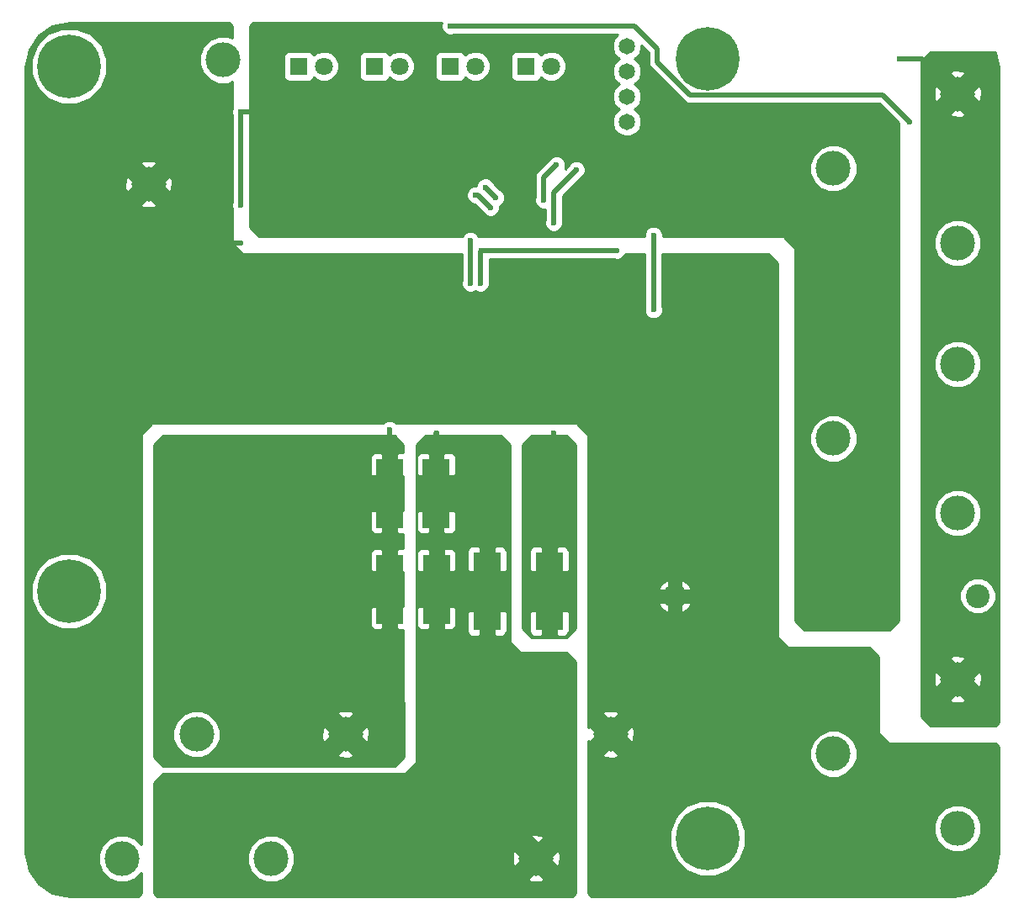
<source format=gbr>
G04 #@! TF.FileFunction,Copper,L1,Top,Signal*
%FSLAX46Y46*%
G04 Gerber Fmt 4.6, Leading zero omitted, Abs format (unit mm)*
G04 Created by KiCad (PCBNEW 4.0.7) date 01/22/18 20:26:34*
%MOMM*%
%LPD*%
G01*
G04 APERTURE LIST*
%ADD10C,0.100000*%
%ADD11C,3.500000*%
%ADD12R,1.800000X1.800000*%
%ADD13C,1.800000*%
%ADD14C,6.400000*%
%ADD15C,0.800000*%
%ADD16C,2.400000*%
%ADD17O,2.400000X2.400000*%
%ADD18C,1.651000*%
%ADD19R,2.700000X7.000000*%
%ADD20R,2.750000X7.820000*%
%ADD21C,0.600000*%
%ADD22C,0.508000*%
%ADD23C,0.254000*%
G04 APERTURE END LIST*
D10*
D11*
X112268000Y-53214800D03*
X104768000Y-65714800D03*
D12*
X135128000Y-53848000D03*
D13*
X137668000Y-53848000D03*
D14*
X161036000Y-53086000D03*
D15*
X163436000Y-53086000D03*
X162733056Y-54783056D03*
X161036000Y-55486000D03*
X159338944Y-54783056D03*
X158636000Y-53086000D03*
X159338944Y-51388944D03*
X161036000Y-50686000D03*
X162733056Y-51388944D03*
D14*
X96774000Y-106680000D03*
D15*
X99174000Y-106680000D03*
X98471056Y-108377056D03*
X96774000Y-109080000D03*
X95076944Y-108377056D03*
X94374000Y-106680000D03*
X95076944Y-104982944D03*
X96774000Y-104280000D03*
X98471056Y-104982944D03*
D14*
X161036000Y-131572000D03*
D15*
X163436000Y-131572000D03*
X162733056Y-133269056D03*
X161036000Y-133972000D03*
X159338944Y-133269056D03*
X158636000Y-131572000D03*
X159338944Y-129874944D03*
X161036000Y-129172000D03*
X162733056Y-129874944D03*
D11*
X186182000Y-98820000D03*
X173682000Y-91320000D03*
X186182000Y-83820000D03*
D16*
X188214000Y-107188000D03*
D17*
X157734000Y-107188000D03*
D12*
X142748000Y-53848000D03*
D13*
X145288000Y-53848000D03*
D12*
X119888000Y-53848000D03*
D13*
X122428000Y-53848000D03*
D12*
X127508000Y-53848000D03*
D13*
X130048000Y-53848000D03*
D11*
X102094000Y-133604000D03*
X109594000Y-121104000D03*
X117094000Y-133604000D03*
X124594000Y-121104000D03*
X186182000Y-71628000D03*
X173682000Y-64128000D03*
X186182000Y-56628000D03*
D18*
X152908000Y-59436000D03*
X152908000Y-56896000D03*
X152908000Y-54356000D03*
X152908000Y-51816000D03*
D11*
X143764000Y-133604000D03*
X151264000Y-121104000D03*
X186182000Y-130570000D03*
X173682000Y-123070000D03*
X186182000Y-115570000D03*
D19*
X129032000Y-106484000D03*
X133732000Y-106484000D03*
X129022000Y-96832000D03*
X133722000Y-96832000D03*
D20*
X145092000Y-106696000D03*
X138832000Y-106696000D03*
D14*
X96774000Y-53848000D03*
D15*
X99174000Y-53848000D03*
X98471056Y-55545056D03*
X96774000Y-56248000D03*
X95076944Y-55545056D03*
X94374000Y-53848000D03*
X95076944Y-52150944D03*
X96774000Y-51448000D03*
X98471056Y-52150944D03*
D21*
X114046000Y-71628000D03*
X145542000Y-90805000D03*
X155575000Y-78359000D03*
X155575000Y-70866000D03*
X146812000Y-100584000D03*
X145542000Y-100584000D03*
X144272000Y-100584000D03*
X143002000Y-100584000D03*
X143002000Y-99314000D03*
X144272000Y-99314000D03*
X145542000Y-99314000D03*
X146812000Y-99314000D03*
X146812000Y-98044000D03*
X145542000Y-98044000D03*
X144272000Y-98044000D03*
X143002000Y-98044000D03*
X143002000Y-96520000D03*
X144272000Y-96520000D03*
X145542000Y-96520000D03*
X146812000Y-96520000D03*
X146812000Y-94996000D03*
X145542000Y-94996000D03*
X144272000Y-94996000D03*
X143002000Y-94996000D03*
X143002000Y-93726000D03*
X144272000Y-93726000D03*
X145542000Y-93726000D03*
X146812000Y-93726000D03*
X146812000Y-92456000D03*
X145542000Y-92456000D03*
X144272000Y-92456000D03*
X143002000Y-92456000D03*
X129032000Y-90424000D03*
X137160000Y-75692000D03*
X137160000Y-71374000D03*
X181356000Y-59436000D03*
X135128000Y-49784000D03*
X180340000Y-53086000D03*
X137668000Y-66802000D03*
X139192000Y-68072000D03*
X145542000Y-69596000D03*
X147828000Y-64262000D03*
X139725159Y-67081159D03*
X138658841Y-66014841D03*
X145821159Y-63779159D03*
X144526000Y-67310000D03*
X138176000Y-75692000D03*
X133731000Y-90805000D03*
X138252006Y-72390000D03*
X151892000Y-72390000D03*
X114046000Y-67818000D03*
X114046000Y-58420000D03*
X172720000Y-109728000D03*
X172720000Y-108204000D03*
X172720000Y-106680000D03*
X172720000Y-105156000D03*
X172720000Y-103632000D03*
X172720000Y-102108000D03*
X172720000Y-100584000D03*
X172720000Y-99060000D03*
X172720000Y-97536000D03*
X174244000Y-97536000D03*
X174244000Y-99060000D03*
X174244000Y-100584000D03*
X174244000Y-102108000D03*
X174244000Y-103632000D03*
X174244000Y-105156000D03*
X174244000Y-106680000D03*
X174244000Y-108204000D03*
X174244000Y-109728000D03*
X175768000Y-109728000D03*
X175768000Y-108204000D03*
X175768000Y-106680000D03*
X175768000Y-105156000D03*
X175768000Y-103632000D03*
X175768000Y-102108000D03*
X175768000Y-100584000D03*
X175768000Y-99060000D03*
X175768000Y-97536000D03*
X177292000Y-97536000D03*
X177292000Y-99060000D03*
X177292000Y-100584000D03*
X177292000Y-102108000D03*
X177292000Y-103632000D03*
X177292000Y-105156000D03*
X177292000Y-106680000D03*
X177292000Y-108204000D03*
X177292000Y-109728000D03*
X178816000Y-109728000D03*
X178816000Y-108204000D03*
X178816000Y-106680000D03*
X178816000Y-105156000D03*
X178816000Y-103632000D03*
X178816000Y-102108000D03*
X178816000Y-100584000D03*
X178816000Y-99060000D03*
X178816000Y-97536000D03*
D22*
X110681200Y-71628000D02*
X104768000Y-65714800D01*
X114046000Y-71628000D02*
X110681200Y-71628000D01*
X145542000Y-90805000D02*
X145542000Y-106246000D01*
X155575000Y-70866000D02*
X155575000Y-78359000D01*
X145542000Y-106246000D02*
X145092000Y-106696000D01*
X145542000Y-100584000D02*
X146812000Y-100584000D01*
X143002000Y-100584000D02*
X144272000Y-100584000D01*
X144272000Y-99314000D02*
X143002000Y-99314000D01*
X146812000Y-99314000D02*
X145542000Y-99314000D01*
X145542000Y-98044000D02*
X146812000Y-98044000D01*
X143002000Y-98044000D02*
X144272000Y-98044000D01*
X144272000Y-96520000D02*
X143002000Y-96520000D01*
X146812000Y-96520000D02*
X145542000Y-96520000D01*
X145542000Y-94996000D02*
X146812000Y-94996000D01*
X143002000Y-94996000D02*
X144272000Y-94996000D01*
X144272000Y-93726000D02*
X143002000Y-93726000D01*
X146812000Y-93726000D02*
X145542000Y-93726000D01*
X145542000Y-92456000D02*
X146812000Y-92456000D01*
X143002000Y-92456000D02*
X144272000Y-92456000D01*
X137160000Y-71374000D02*
X137160000Y-75692000D01*
X129032000Y-90424000D02*
X129032000Y-96822000D01*
X129032000Y-96822000D02*
X129022000Y-96832000D01*
X135128000Y-49784000D02*
X153670000Y-49784000D01*
X153670000Y-49784000D02*
X155956000Y-52070000D01*
X155956000Y-52070000D02*
X155956000Y-53413922D01*
X155956000Y-53413922D02*
X159282079Y-56740001D01*
X159282079Y-56740001D02*
X178660001Y-56740001D01*
X178660001Y-56740001D02*
X181356000Y-59436000D01*
X180340000Y-53086000D02*
X182640000Y-53086000D01*
X182640000Y-53086000D02*
X186182000Y-56628000D01*
X137922000Y-66802000D02*
X137668000Y-66802000D01*
X139192000Y-68072000D02*
X137922000Y-66802000D01*
X147828000Y-64262000D02*
X145542000Y-66548000D01*
X145542000Y-66548000D02*
X145542000Y-69596000D01*
X139725159Y-67081159D02*
X139425160Y-66781160D01*
X139425160Y-66781160D02*
X138658841Y-66014841D01*
X145821159Y-63779159D02*
X145770841Y-63779159D01*
X144526000Y-65024000D02*
X144526000Y-67310000D01*
X145770841Y-63779159D02*
X144526000Y-65024000D01*
X138176000Y-75692000D02*
X138176000Y-72466006D01*
X133722000Y-90814000D02*
X133731000Y-90805000D01*
X133722000Y-96832000D02*
X133722000Y-90814000D01*
X138176000Y-72466006D02*
X138252006Y-72390000D01*
X140716000Y-72390000D02*
X138252006Y-72390000D01*
X151892000Y-72390000D02*
X140716000Y-72390000D01*
X143764000Y-132080000D02*
X138832000Y-127148000D01*
X138832000Y-127148000D02*
X138832000Y-106696000D01*
X135636000Y-108009000D02*
X136949000Y-106696000D01*
X136949000Y-106696000D02*
X138832000Y-106696000D01*
X114046000Y-67818000D02*
X114046000Y-58420000D01*
X114046000Y-58420000D02*
X115316000Y-58420000D01*
X172720000Y-106680000D02*
X172720000Y-108204000D01*
X172720000Y-103632000D02*
X172720000Y-105156000D01*
X172720000Y-100584000D02*
X172720000Y-102108000D01*
X172720000Y-97536000D02*
X172720000Y-99060000D01*
X174244000Y-99060000D02*
X174244000Y-97536000D01*
X174244000Y-102108000D02*
X174244000Y-100584000D01*
X174244000Y-105156000D02*
X174244000Y-103632000D01*
X174244000Y-108204000D02*
X174244000Y-106680000D01*
X175768000Y-109728000D02*
X174244000Y-109728000D01*
X175768000Y-106680000D02*
X175768000Y-108204000D01*
X175768000Y-103632000D02*
X175768000Y-105156000D01*
X175768000Y-100584000D02*
X175768000Y-102108000D01*
X175768000Y-97536000D02*
X175768000Y-99060000D01*
X177292000Y-99060000D02*
X177292000Y-97536000D01*
X177292000Y-102108000D02*
X177292000Y-100584000D01*
X177292000Y-105156000D02*
X177292000Y-103632000D01*
X177292000Y-108204000D02*
X177292000Y-106680000D01*
X178816000Y-109728000D02*
X177292000Y-109728000D01*
X178816000Y-106680000D02*
X178816000Y-108204000D01*
X178816000Y-103632000D02*
X178816000Y-105156000D01*
X178816000Y-100584000D02*
X178816000Y-102108000D01*
X178816000Y-97536000D02*
X178816000Y-99060000D01*
D23*
G36*
X190018827Y-52514433D02*
X190298000Y-53917931D01*
X190298000Y-119926394D01*
X189955394Y-120269000D01*
X183424606Y-120269000D01*
X182499000Y-119343394D01*
X182499000Y-117672091D01*
X185317346Y-117672091D01*
X185556295Y-117919847D01*
X186503172Y-117980422D01*
X186807705Y-117919847D01*
X187046654Y-117672091D01*
X186182000Y-116807437D01*
X185317346Y-117672091D01*
X182499000Y-117672091D01*
X182499000Y-115891172D01*
X183771578Y-115891172D01*
X183832153Y-116195705D01*
X184079909Y-116434654D01*
X184944563Y-115570000D01*
X187419437Y-115570000D01*
X188284091Y-116434654D01*
X188531847Y-116195705D01*
X188592422Y-115248828D01*
X188531847Y-114944295D01*
X188284091Y-114705346D01*
X187419437Y-115570000D01*
X184944563Y-115570000D01*
X184079909Y-114705346D01*
X183832153Y-114944295D01*
X183771578Y-115891172D01*
X182499000Y-115891172D01*
X182499000Y-113467909D01*
X185317346Y-113467909D01*
X186182000Y-114332563D01*
X187046654Y-113467909D01*
X186807705Y-113220153D01*
X185860828Y-113159578D01*
X185556295Y-113220153D01*
X185317346Y-113467909D01*
X182499000Y-113467909D01*
X182499000Y-107551403D01*
X186378682Y-107551403D01*
X186657455Y-108226086D01*
X187173199Y-108742730D01*
X187847395Y-109022681D01*
X188577403Y-109023318D01*
X189252086Y-108744545D01*
X189768730Y-108228801D01*
X190048681Y-107554605D01*
X190049318Y-106824597D01*
X189770545Y-106149914D01*
X189254801Y-105633270D01*
X188580605Y-105353319D01*
X187850597Y-105352682D01*
X187175914Y-105631455D01*
X186659270Y-106147199D01*
X186379319Y-106821395D01*
X186378682Y-107551403D01*
X182499000Y-107551403D01*
X182499000Y-99292325D01*
X183796587Y-99292325D01*
X184158916Y-100169229D01*
X184829242Y-100840726D01*
X185705513Y-101204585D01*
X186654325Y-101205413D01*
X187531229Y-100843084D01*
X188202726Y-100172758D01*
X188566585Y-99296487D01*
X188567413Y-98347675D01*
X188205084Y-97470771D01*
X187534758Y-96799274D01*
X186658487Y-96435415D01*
X185709675Y-96434587D01*
X184832771Y-96796916D01*
X184161274Y-97467242D01*
X183797415Y-98343513D01*
X183796587Y-99292325D01*
X182499000Y-99292325D01*
X182499000Y-84292325D01*
X183796587Y-84292325D01*
X184158916Y-85169229D01*
X184829242Y-85840726D01*
X185705513Y-86204585D01*
X186654325Y-86205413D01*
X187531229Y-85843084D01*
X188202726Y-85172758D01*
X188566585Y-84296487D01*
X188567413Y-83347675D01*
X188205084Y-82470771D01*
X187534758Y-81799274D01*
X186658487Y-81435415D01*
X185709675Y-81434587D01*
X184832771Y-81796916D01*
X184161274Y-82467242D01*
X183797415Y-83343513D01*
X183796587Y-84292325D01*
X182499000Y-84292325D01*
X182499000Y-72100325D01*
X183796587Y-72100325D01*
X184158916Y-72977229D01*
X184829242Y-73648726D01*
X185705513Y-74012585D01*
X186654325Y-74013413D01*
X187531229Y-73651084D01*
X188202726Y-72980758D01*
X188566585Y-72104487D01*
X188567413Y-71155675D01*
X188205084Y-70278771D01*
X187534758Y-69607274D01*
X186658487Y-69243415D01*
X185709675Y-69242587D01*
X184832771Y-69604916D01*
X184161274Y-70275242D01*
X183797415Y-71151513D01*
X183796587Y-72100325D01*
X182499000Y-72100325D01*
X182499000Y-58730091D01*
X185317346Y-58730091D01*
X185556295Y-58977847D01*
X186503172Y-59038422D01*
X186807705Y-58977847D01*
X187046654Y-58730091D01*
X186182000Y-57865437D01*
X185317346Y-58730091D01*
X182499000Y-58730091D01*
X182499000Y-56949172D01*
X183771578Y-56949172D01*
X183832153Y-57253705D01*
X184079909Y-57492654D01*
X184944563Y-56628000D01*
X187419437Y-56628000D01*
X188284091Y-57492654D01*
X188531847Y-57253705D01*
X188592422Y-56306828D01*
X188531847Y-56002295D01*
X188284091Y-55763346D01*
X187419437Y-56628000D01*
X184944563Y-56628000D01*
X184079909Y-55763346D01*
X183832153Y-56002295D01*
X183771578Y-56949172D01*
X182499000Y-56949172D01*
X182499000Y-54525909D01*
X185317346Y-54525909D01*
X186182000Y-55390563D01*
X187046654Y-54525909D01*
X186807705Y-54278153D01*
X185860828Y-54217578D01*
X185556295Y-54278153D01*
X185317346Y-54525909D01*
X182499000Y-54525909D01*
X182499000Y-53376606D01*
X183424606Y-52451000D01*
X189955394Y-52451000D01*
X190018827Y-52514433D01*
X190018827Y-52514433D01*
G37*
X190018827Y-52514433D02*
X190298000Y-53917931D01*
X190298000Y-119926394D01*
X189955394Y-120269000D01*
X183424606Y-120269000D01*
X182499000Y-119343394D01*
X182499000Y-117672091D01*
X185317346Y-117672091D01*
X185556295Y-117919847D01*
X186503172Y-117980422D01*
X186807705Y-117919847D01*
X187046654Y-117672091D01*
X186182000Y-116807437D01*
X185317346Y-117672091D01*
X182499000Y-117672091D01*
X182499000Y-115891172D01*
X183771578Y-115891172D01*
X183832153Y-116195705D01*
X184079909Y-116434654D01*
X184944563Y-115570000D01*
X187419437Y-115570000D01*
X188284091Y-116434654D01*
X188531847Y-116195705D01*
X188592422Y-115248828D01*
X188531847Y-114944295D01*
X188284091Y-114705346D01*
X187419437Y-115570000D01*
X184944563Y-115570000D01*
X184079909Y-114705346D01*
X183832153Y-114944295D01*
X183771578Y-115891172D01*
X182499000Y-115891172D01*
X182499000Y-113467909D01*
X185317346Y-113467909D01*
X186182000Y-114332563D01*
X187046654Y-113467909D01*
X186807705Y-113220153D01*
X185860828Y-113159578D01*
X185556295Y-113220153D01*
X185317346Y-113467909D01*
X182499000Y-113467909D01*
X182499000Y-107551403D01*
X186378682Y-107551403D01*
X186657455Y-108226086D01*
X187173199Y-108742730D01*
X187847395Y-109022681D01*
X188577403Y-109023318D01*
X189252086Y-108744545D01*
X189768730Y-108228801D01*
X190048681Y-107554605D01*
X190049318Y-106824597D01*
X189770545Y-106149914D01*
X189254801Y-105633270D01*
X188580605Y-105353319D01*
X187850597Y-105352682D01*
X187175914Y-105631455D01*
X186659270Y-106147199D01*
X186379319Y-106821395D01*
X186378682Y-107551403D01*
X182499000Y-107551403D01*
X182499000Y-99292325D01*
X183796587Y-99292325D01*
X184158916Y-100169229D01*
X184829242Y-100840726D01*
X185705513Y-101204585D01*
X186654325Y-101205413D01*
X187531229Y-100843084D01*
X188202726Y-100172758D01*
X188566585Y-99296487D01*
X188567413Y-98347675D01*
X188205084Y-97470771D01*
X187534758Y-96799274D01*
X186658487Y-96435415D01*
X185709675Y-96434587D01*
X184832771Y-96796916D01*
X184161274Y-97467242D01*
X183797415Y-98343513D01*
X183796587Y-99292325D01*
X182499000Y-99292325D01*
X182499000Y-84292325D01*
X183796587Y-84292325D01*
X184158916Y-85169229D01*
X184829242Y-85840726D01*
X185705513Y-86204585D01*
X186654325Y-86205413D01*
X187531229Y-85843084D01*
X188202726Y-85172758D01*
X188566585Y-84296487D01*
X188567413Y-83347675D01*
X188205084Y-82470771D01*
X187534758Y-81799274D01*
X186658487Y-81435415D01*
X185709675Y-81434587D01*
X184832771Y-81796916D01*
X184161274Y-82467242D01*
X183797415Y-83343513D01*
X183796587Y-84292325D01*
X182499000Y-84292325D01*
X182499000Y-72100325D01*
X183796587Y-72100325D01*
X184158916Y-72977229D01*
X184829242Y-73648726D01*
X185705513Y-74012585D01*
X186654325Y-74013413D01*
X187531229Y-73651084D01*
X188202726Y-72980758D01*
X188566585Y-72104487D01*
X188567413Y-71155675D01*
X188205084Y-70278771D01*
X187534758Y-69607274D01*
X186658487Y-69243415D01*
X185709675Y-69242587D01*
X184832771Y-69604916D01*
X184161274Y-70275242D01*
X183797415Y-71151513D01*
X183796587Y-72100325D01*
X182499000Y-72100325D01*
X182499000Y-58730091D01*
X185317346Y-58730091D01*
X185556295Y-58977847D01*
X186503172Y-59038422D01*
X186807705Y-58977847D01*
X187046654Y-58730091D01*
X186182000Y-57865437D01*
X185317346Y-58730091D01*
X182499000Y-58730091D01*
X182499000Y-56949172D01*
X183771578Y-56949172D01*
X183832153Y-57253705D01*
X184079909Y-57492654D01*
X184944563Y-56628000D01*
X187419437Y-56628000D01*
X188284091Y-57492654D01*
X188531847Y-57253705D01*
X188592422Y-56306828D01*
X188531847Y-56002295D01*
X188284091Y-55763346D01*
X187419437Y-56628000D01*
X184944563Y-56628000D01*
X184079909Y-55763346D01*
X183832153Y-56002295D01*
X183771578Y-56949172D01*
X182499000Y-56949172D01*
X182499000Y-54525909D01*
X185317346Y-54525909D01*
X186182000Y-55390563D01*
X187046654Y-54525909D01*
X186807705Y-54278153D01*
X185860828Y-54217578D01*
X185556295Y-54278153D01*
X185317346Y-54525909D01*
X182499000Y-54525909D01*
X182499000Y-53376606D01*
X183424606Y-52451000D01*
X189955394Y-52451000D01*
X190018827Y-52514433D01*
G36*
X141097000Y-91984606D02*
X141097000Y-111776000D01*
X141107006Y-111825410D01*
X141134197Y-111865803D01*
X142134197Y-112865803D01*
X142176211Y-112893666D01*
X142224000Y-112903000D01*
X146775394Y-112903000D01*
X147701000Y-113828606D01*
X147701000Y-137123394D01*
X147358394Y-137466000D01*
X105625606Y-137466000D01*
X105283000Y-137123394D01*
X105283000Y-134076325D01*
X114708587Y-134076325D01*
X115070916Y-134953229D01*
X115741242Y-135624726D01*
X116617513Y-135988585D01*
X117566325Y-135989413D01*
X118252017Y-135706091D01*
X142899346Y-135706091D01*
X143138295Y-135953847D01*
X144085172Y-136014422D01*
X144389705Y-135953847D01*
X144628654Y-135706091D01*
X143764000Y-134841437D01*
X142899346Y-135706091D01*
X118252017Y-135706091D01*
X118443229Y-135627084D01*
X119114726Y-134956758D01*
X119478585Y-134080487D01*
X119478720Y-133925172D01*
X141353578Y-133925172D01*
X141414153Y-134229705D01*
X141661909Y-134468654D01*
X142526563Y-133604000D01*
X145001437Y-133604000D01*
X145866091Y-134468654D01*
X146113847Y-134229705D01*
X146174422Y-133282828D01*
X146113847Y-132978295D01*
X145866091Y-132739346D01*
X145001437Y-133604000D01*
X142526563Y-133604000D01*
X141661909Y-132739346D01*
X141414153Y-132978295D01*
X141353578Y-133925172D01*
X119478720Y-133925172D01*
X119479413Y-133131675D01*
X119117084Y-132254771D01*
X118446758Y-131583274D01*
X118250810Y-131501909D01*
X142899346Y-131501909D01*
X143764000Y-132366563D01*
X144628654Y-131501909D01*
X144389705Y-131254153D01*
X143442828Y-131193578D01*
X143138295Y-131254153D01*
X142899346Y-131501909D01*
X118250810Y-131501909D01*
X117570487Y-131219415D01*
X116621675Y-131218587D01*
X115744771Y-131580916D01*
X115073274Y-132251242D01*
X114709415Y-133127513D01*
X114708587Y-134076325D01*
X105283000Y-134076325D01*
X105283000Y-126020606D01*
X106208606Y-125095000D01*
X130572000Y-125095000D01*
X130621410Y-125084994D01*
X130661803Y-125057803D01*
X131661803Y-124057803D01*
X131689666Y-124015789D01*
X131699000Y-123968000D01*
X131699000Y-108392750D01*
X131747000Y-108392750D01*
X131747000Y-110110310D01*
X131843673Y-110343699D01*
X132022302Y-110522327D01*
X132255691Y-110619000D01*
X132898250Y-110619000D01*
X133057000Y-110460250D01*
X133057000Y-108234000D01*
X134407000Y-108234000D01*
X134407000Y-110460250D01*
X134565750Y-110619000D01*
X135208309Y-110619000D01*
X135441698Y-110522327D01*
X135620327Y-110343699D01*
X135717000Y-110110310D01*
X135717000Y-108809750D01*
X136822000Y-108809750D01*
X136822000Y-110732310D01*
X136918673Y-110965699D01*
X137097302Y-111144327D01*
X137330691Y-111241000D01*
X137985750Y-111241000D01*
X138144500Y-111082250D01*
X138144500Y-108651000D01*
X139519500Y-108651000D01*
X139519500Y-111082250D01*
X139678250Y-111241000D01*
X140333309Y-111241000D01*
X140566698Y-111144327D01*
X140745327Y-110965699D01*
X140842000Y-110732310D01*
X140842000Y-108809750D01*
X140683250Y-108651000D01*
X139519500Y-108651000D01*
X138144500Y-108651000D01*
X136980750Y-108651000D01*
X136822000Y-108809750D01*
X135717000Y-108809750D01*
X135717000Y-108392750D01*
X135558250Y-108234000D01*
X134407000Y-108234000D01*
X133057000Y-108234000D01*
X131905750Y-108234000D01*
X131747000Y-108392750D01*
X131699000Y-108392750D01*
X131699000Y-102857690D01*
X131747000Y-102857690D01*
X131747000Y-104575250D01*
X131905750Y-104734000D01*
X133057000Y-104734000D01*
X133057000Y-102507750D01*
X134407000Y-102507750D01*
X134407000Y-104734000D01*
X135558250Y-104734000D01*
X135717000Y-104575250D01*
X135717000Y-102857690D01*
X135634986Y-102659690D01*
X136822000Y-102659690D01*
X136822000Y-104582250D01*
X136980750Y-104741000D01*
X138144500Y-104741000D01*
X138144500Y-102309750D01*
X139519500Y-102309750D01*
X139519500Y-104741000D01*
X140683250Y-104741000D01*
X140842000Y-104582250D01*
X140842000Y-102659690D01*
X140745327Y-102426301D01*
X140566698Y-102247673D01*
X140333309Y-102151000D01*
X139678250Y-102151000D01*
X139519500Y-102309750D01*
X138144500Y-102309750D01*
X137985750Y-102151000D01*
X137330691Y-102151000D01*
X137097302Y-102247673D01*
X136918673Y-102426301D01*
X136822000Y-102659690D01*
X135634986Y-102659690D01*
X135620327Y-102624301D01*
X135441698Y-102445673D01*
X135208309Y-102349000D01*
X134565750Y-102349000D01*
X134407000Y-102507750D01*
X133057000Y-102507750D01*
X132898250Y-102349000D01*
X132255691Y-102349000D01*
X132022302Y-102445673D01*
X131843673Y-102624301D01*
X131747000Y-102857690D01*
X131699000Y-102857690D01*
X131699000Y-98740750D01*
X131737000Y-98740750D01*
X131737000Y-100458310D01*
X131833673Y-100691699D01*
X132012302Y-100870327D01*
X132245691Y-100967000D01*
X132888250Y-100967000D01*
X133047000Y-100808250D01*
X133047000Y-98582000D01*
X134397000Y-98582000D01*
X134397000Y-100808250D01*
X134555750Y-100967000D01*
X135198309Y-100967000D01*
X135431698Y-100870327D01*
X135610327Y-100691699D01*
X135707000Y-100458310D01*
X135707000Y-98740750D01*
X135548250Y-98582000D01*
X134397000Y-98582000D01*
X133047000Y-98582000D01*
X131895750Y-98582000D01*
X131737000Y-98740750D01*
X131699000Y-98740750D01*
X131699000Y-93205690D01*
X131737000Y-93205690D01*
X131737000Y-94923250D01*
X131895750Y-95082000D01*
X133047000Y-95082000D01*
X133047000Y-92855750D01*
X134397000Y-92855750D01*
X134397000Y-95082000D01*
X135548250Y-95082000D01*
X135707000Y-94923250D01*
X135707000Y-93205690D01*
X135610327Y-92972301D01*
X135431698Y-92793673D01*
X135198309Y-92697000D01*
X134555750Y-92697000D01*
X134397000Y-92855750D01*
X133047000Y-92855750D01*
X132888250Y-92697000D01*
X132245691Y-92697000D01*
X132012302Y-92793673D01*
X131833673Y-92972301D01*
X131737000Y-93205690D01*
X131699000Y-93205690D01*
X131699000Y-91984606D01*
X132624606Y-91059000D01*
X140171394Y-91059000D01*
X141097000Y-91984606D01*
X141097000Y-91984606D01*
G37*
X141097000Y-91984606D02*
X141097000Y-111776000D01*
X141107006Y-111825410D01*
X141134197Y-111865803D01*
X142134197Y-112865803D01*
X142176211Y-112893666D01*
X142224000Y-112903000D01*
X146775394Y-112903000D01*
X147701000Y-113828606D01*
X147701000Y-137123394D01*
X147358394Y-137466000D01*
X105625606Y-137466000D01*
X105283000Y-137123394D01*
X105283000Y-134076325D01*
X114708587Y-134076325D01*
X115070916Y-134953229D01*
X115741242Y-135624726D01*
X116617513Y-135988585D01*
X117566325Y-135989413D01*
X118252017Y-135706091D01*
X142899346Y-135706091D01*
X143138295Y-135953847D01*
X144085172Y-136014422D01*
X144389705Y-135953847D01*
X144628654Y-135706091D01*
X143764000Y-134841437D01*
X142899346Y-135706091D01*
X118252017Y-135706091D01*
X118443229Y-135627084D01*
X119114726Y-134956758D01*
X119478585Y-134080487D01*
X119478720Y-133925172D01*
X141353578Y-133925172D01*
X141414153Y-134229705D01*
X141661909Y-134468654D01*
X142526563Y-133604000D01*
X145001437Y-133604000D01*
X145866091Y-134468654D01*
X146113847Y-134229705D01*
X146174422Y-133282828D01*
X146113847Y-132978295D01*
X145866091Y-132739346D01*
X145001437Y-133604000D01*
X142526563Y-133604000D01*
X141661909Y-132739346D01*
X141414153Y-132978295D01*
X141353578Y-133925172D01*
X119478720Y-133925172D01*
X119479413Y-133131675D01*
X119117084Y-132254771D01*
X118446758Y-131583274D01*
X118250810Y-131501909D01*
X142899346Y-131501909D01*
X143764000Y-132366563D01*
X144628654Y-131501909D01*
X144389705Y-131254153D01*
X143442828Y-131193578D01*
X143138295Y-131254153D01*
X142899346Y-131501909D01*
X118250810Y-131501909D01*
X117570487Y-131219415D01*
X116621675Y-131218587D01*
X115744771Y-131580916D01*
X115073274Y-132251242D01*
X114709415Y-133127513D01*
X114708587Y-134076325D01*
X105283000Y-134076325D01*
X105283000Y-126020606D01*
X106208606Y-125095000D01*
X130572000Y-125095000D01*
X130621410Y-125084994D01*
X130661803Y-125057803D01*
X131661803Y-124057803D01*
X131689666Y-124015789D01*
X131699000Y-123968000D01*
X131699000Y-108392750D01*
X131747000Y-108392750D01*
X131747000Y-110110310D01*
X131843673Y-110343699D01*
X132022302Y-110522327D01*
X132255691Y-110619000D01*
X132898250Y-110619000D01*
X133057000Y-110460250D01*
X133057000Y-108234000D01*
X134407000Y-108234000D01*
X134407000Y-110460250D01*
X134565750Y-110619000D01*
X135208309Y-110619000D01*
X135441698Y-110522327D01*
X135620327Y-110343699D01*
X135717000Y-110110310D01*
X135717000Y-108809750D01*
X136822000Y-108809750D01*
X136822000Y-110732310D01*
X136918673Y-110965699D01*
X137097302Y-111144327D01*
X137330691Y-111241000D01*
X137985750Y-111241000D01*
X138144500Y-111082250D01*
X138144500Y-108651000D01*
X139519500Y-108651000D01*
X139519500Y-111082250D01*
X139678250Y-111241000D01*
X140333309Y-111241000D01*
X140566698Y-111144327D01*
X140745327Y-110965699D01*
X140842000Y-110732310D01*
X140842000Y-108809750D01*
X140683250Y-108651000D01*
X139519500Y-108651000D01*
X138144500Y-108651000D01*
X136980750Y-108651000D01*
X136822000Y-108809750D01*
X135717000Y-108809750D01*
X135717000Y-108392750D01*
X135558250Y-108234000D01*
X134407000Y-108234000D01*
X133057000Y-108234000D01*
X131905750Y-108234000D01*
X131747000Y-108392750D01*
X131699000Y-108392750D01*
X131699000Y-102857690D01*
X131747000Y-102857690D01*
X131747000Y-104575250D01*
X131905750Y-104734000D01*
X133057000Y-104734000D01*
X133057000Y-102507750D01*
X134407000Y-102507750D01*
X134407000Y-104734000D01*
X135558250Y-104734000D01*
X135717000Y-104575250D01*
X135717000Y-102857690D01*
X135634986Y-102659690D01*
X136822000Y-102659690D01*
X136822000Y-104582250D01*
X136980750Y-104741000D01*
X138144500Y-104741000D01*
X138144500Y-102309750D01*
X139519500Y-102309750D01*
X139519500Y-104741000D01*
X140683250Y-104741000D01*
X140842000Y-104582250D01*
X140842000Y-102659690D01*
X140745327Y-102426301D01*
X140566698Y-102247673D01*
X140333309Y-102151000D01*
X139678250Y-102151000D01*
X139519500Y-102309750D01*
X138144500Y-102309750D01*
X137985750Y-102151000D01*
X137330691Y-102151000D01*
X137097302Y-102247673D01*
X136918673Y-102426301D01*
X136822000Y-102659690D01*
X135634986Y-102659690D01*
X135620327Y-102624301D01*
X135441698Y-102445673D01*
X135208309Y-102349000D01*
X134565750Y-102349000D01*
X134407000Y-102507750D01*
X133057000Y-102507750D01*
X132898250Y-102349000D01*
X132255691Y-102349000D01*
X132022302Y-102445673D01*
X131843673Y-102624301D01*
X131747000Y-102857690D01*
X131699000Y-102857690D01*
X131699000Y-98740750D01*
X131737000Y-98740750D01*
X131737000Y-100458310D01*
X131833673Y-100691699D01*
X132012302Y-100870327D01*
X132245691Y-100967000D01*
X132888250Y-100967000D01*
X133047000Y-100808250D01*
X133047000Y-98582000D01*
X134397000Y-98582000D01*
X134397000Y-100808250D01*
X134555750Y-100967000D01*
X135198309Y-100967000D01*
X135431698Y-100870327D01*
X135610327Y-100691699D01*
X135707000Y-100458310D01*
X135707000Y-98740750D01*
X135548250Y-98582000D01*
X134397000Y-98582000D01*
X133047000Y-98582000D01*
X131895750Y-98582000D01*
X131737000Y-98740750D01*
X131699000Y-98740750D01*
X131699000Y-93205690D01*
X131737000Y-93205690D01*
X131737000Y-94923250D01*
X131895750Y-95082000D01*
X133047000Y-95082000D01*
X133047000Y-92855750D01*
X134397000Y-92855750D01*
X134397000Y-95082000D01*
X135548250Y-95082000D01*
X135707000Y-94923250D01*
X135707000Y-93205690D01*
X135610327Y-92972301D01*
X135431698Y-92793673D01*
X135198309Y-92697000D01*
X134555750Y-92697000D01*
X134397000Y-92855750D01*
X133047000Y-92855750D01*
X132888250Y-92697000D01*
X132245691Y-92697000D01*
X132012302Y-92793673D01*
X131833673Y-92972301D01*
X131737000Y-93205690D01*
X131699000Y-93205690D01*
X131699000Y-91984606D01*
X132624606Y-91059000D01*
X140171394Y-91059000D01*
X141097000Y-91984606D01*
G36*
X130372000Y-91927606D02*
X130372000Y-92697000D01*
X129855750Y-92697000D01*
X129697000Y-92855750D01*
X129697000Y-95082000D01*
X130372000Y-95082000D01*
X130372000Y-98582000D01*
X129697000Y-98582000D01*
X129697000Y-100808250D01*
X129855750Y-100967000D01*
X130372000Y-100967000D01*
X130372000Y-102349000D01*
X129865750Y-102349000D01*
X129707000Y-102507750D01*
X129707000Y-104734000D01*
X130372000Y-104734000D01*
X130372000Y-108205002D01*
X130382000Y-108205002D01*
X130382000Y-108234000D01*
X129707000Y-108234000D01*
X129707000Y-110460250D01*
X129865750Y-110619000D01*
X130382000Y-110619000D01*
X130382000Y-117857002D01*
X130429000Y-117857002D01*
X130429000Y-123407394D01*
X129503394Y-124333000D01*
X106208606Y-124333000D01*
X105283000Y-123407394D01*
X105283000Y-121576325D01*
X107208587Y-121576325D01*
X107570916Y-122453229D01*
X108241242Y-123124726D01*
X109117513Y-123488585D01*
X110066325Y-123489413D01*
X110752017Y-123206091D01*
X123729346Y-123206091D01*
X123968295Y-123453847D01*
X124915172Y-123514422D01*
X125219705Y-123453847D01*
X125458654Y-123206091D01*
X124594000Y-122341437D01*
X123729346Y-123206091D01*
X110752017Y-123206091D01*
X110943229Y-123127084D01*
X111614726Y-122456758D01*
X111978585Y-121580487D01*
X111978720Y-121425172D01*
X122183578Y-121425172D01*
X122244153Y-121729705D01*
X122491909Y-121968654D01*
X123356563Y-121104000D01*
X125831437Y-121104000D01*
X126696091Y-121968654D01*
X126943847Y-121729705D01*
X127004422Y-120782828D01*
X126943847Y-120478295D01*
X126696091Y-120239346D01*
X125831437Y-121104000D01*
X123356563Y-121104000D01*
X122491909Y-120239346D01*
X122244153Y-120478295D01*
X122183578Y-121425172D01*
X111978720Y-121425172D01*
X111979413Y-120631675D01*
X111617084Y-119754771D01*
X110946758Y-119083274D01*
X110750810Y-119001909D01*
X123729346Y-119001909D01*
X124594000Y-119866563D01*
X125458654Y-119001909D01*
X125219705Y-118754153D01*
X124272828Y-118693578D01*
X123968295Y-118754153D01*
X123729346Y-119001909D01*
X110750810Y-119001909D01*
X110070487Y-118719415D01*
X109121675Y-118718587D01*
X108244771Y-119080916D01*
X107573274Y-119751242D01*
X107209415Y-120627513D01*
X107208587Y-121576325D01*
X105283000Y-121576325D01*
X105283000Y-108392750D01*
X127047000Y-108392750D01*
X127047000Y-110110310D01*
X127143673Y-110343699D01*
X127322302Y-110522327D01*
X127555691Y-110619000D01*
X128198250Y-110619000D01*
X128357000Y-110460250D01*
X128357000Y-108234000D01*
X127205750Y-108234000D01*
X127047000Y-108392750D01*
X105283000Y-108392750D01*
X105283000Y-102857690D01*
X127047000Y-102857690D01*
X127047000Y-104575250D01*
X127205750Y-104734000D01*
X128357000Y-104734000D01*
X128357000Y-102507750D01*
X128198250Y-102349000D01*
X127555691Y-102349000D01*
X127322302Y-102445673D01*
X127143673Y-102624301D01*
X127047000Y-102857690D01*
X105283000Y-102857690D01*
X105283000Y-98740750D01*
X127037000Y-98740750D01*
X127037000Y-100458310D01*
X127133673Y-100691699D01*
X127312302Y-100870327D01*
X127545691Y-100967000D01*
X128188250Y-100967000D01*
X128347000Y-100808250D01*
X128347000Y-98582000D01*
X127195750Y-98582000D01*
X127037000Y-98740750D01*
X105283000Y-98740750D01*
X105283000Y-93205690D01*
X127037000Y-93205690D01*
X127037000Y-94923250D01*
X127195750Y-95082000D01*
X128347000Y-95082000D01*
X128347000Y-92855750D01*
X128188250Y-92697000D01*
X127545691Y-92697000D01*
X127312302Y-92793673D01*
X127133673Y-92972301D01*
X127037000Y-93205690D01*
X105283000Y-93205690D01*
X105283000Y-91984606D01*
X106208606Y-91059000D01*
X129503394Y-91059000D01*
X130372000Y-91927606D01*
X130372000Y-91927606D01*
G37*
X130372000Y-91927606D02*
X130372000Y-92697000D01*
X129855750Y-92697000D01*
X129697000Y-92855750D01*
X129697000Y-95082000D01*
X130372000Y-95082000D01*
X130372000Y-98582000D01*
X129697000Y-98582000D01*
X129697000Y-100808250D01*
X129855750Y-100967000D01*
X130372000Y-100967000D01*
X130372000Y-102349000D01*
X129865750Y-102349000D01*
X129707000Y-102507750D01*
X129707000Y-104734000D01*
X130372000Y-104734000D01*
X130372000Y-108205002D01*
X130382000Y-108205002D01*
X130382000Y-108234000D01*
X129707000Y-108234000D01*
X129707000Y-110460250D01*
X129865750Y-110619000D01*
X130382000Y-110619000D01*
X130382000Y-117857002D01*
X130429000Y-117857002D01*
X130429000Y-123407394D01*
X129503394Y-124333000D01*
X106208606Y-124333000D01*
X105283000Y-123407394D01*
X105283000Y-121576325D01*
X107208587Y-121576325D01*
X107570916Y-122453229D01*
X108241242Y-123124726D01*
X109117513Y-123488585D01*
X110066325Y-123489413D01*
X110752017Y-123206091D01*
X123729346Y-123206091D01*
X123968295Y-123453847D01*
X124915172Y-123514422D01*
X125219705Y-123453847D01*
X125458654Y-123206091D01*
X124594000Y-122341437D01*
X123729346Y-123206091D01*
X110752017Y-123206091D01*
X110943229Y-123127084D01*
X111614726Y-122456758D01*
X111978585Y-121580487D01*
X111978720Y-121425172D01*
X122183578Y-121425172D01*
X122244153Y-121729705D01*
X122491909Y-121968654D01*
X123356563Y-121104000D01*
X125831437Y-121104000D01*
X126696091Y-121968654D01*
X126943847Y-121729705D01*
X127004422Y-120782828D01*
X126943847Y-120478295D01*
X126696091Y-120239346D01*
X125831437Y-121104000D01*
X123356563Y-121104000D01*
X122491909Y-120239346D01*
X122244153Y-120478295D01*
X122183578Y-121425172D01*
X111978720Y-121425172D01*
X111979413Y-120631675D01*
X111617084Y-119754771D01*
X110946758Y-119083274D01*
X110750810Y-119001909D01*
X123729346Y-119001909D01*
X124594000Y-119866563D01*
X125458654Y-119001909D01*
X125219705Y-118754153D01*
X124272828Y-118693578D01*
X123968295Y-118754153D01*
X123729346Y-119001909D01*
X110750810Y-119001909D01*
X110070487Y-118719415D01*
X109121675Y-118718587D01*
X108244771Y-119080916D01*
X107573274Y-119751242D01*
X107209415Y-120627513D01*
X107208587Y-121576325D01*
X105283000Y-121576325D01*
X105283000Y-108392750D01*
X127047000Y-108392750D01*
X127047000Y-110110310D01*
X127143673Y-110343699D01*
X127322302Y-110522327D01*
X127555691Y-110619000D01*
X128198250Y-110619000D01*
X128357000Y-110460250D01*
X128357000Y-108234000D01*
X127205750Y-108234000D01*
X127047000Y-108392750D01*
X105283000Y-108392750D01*
X105283000Y-102857690D01*
X127047000Y-102857690D01*
X127047000Y-104575250D01*
X127205750Y-104734000D01*
X128357000Y-104734000D01*
X128357000Y-102507750D01*
X128198250Y-102349000D01*
X127555691Y-102349000D01*
X127322302Y-102445673D01*
X127143673Y-102624301D01*
X127047000Y-102857690D01*
X105283000Y-102857690D01*
X105283000Y-98740750D01*
X127037000Y-98740750D01*
X127037000Y-100458310D01*
X127133673Y-100691699D01*
X127312302Y-100870327D01*
X127545691Y-100967000D01*
X128188250Y-100967000D01*
X128347000Y-100808250D01*
X128347000Y-98582000D01*
X127195750Y-98582000D01*
X127037000Y-98740750D01*
X105283000Y-98740750D01*
X105283000Y-93205690D01*
X127037000Y-93205690D01*
X127037000Y-94923250D01*
X127195750Y-95082000D01*
X128347000Y-95082000D01*
X128347000Y-92855750D01*
X128188250Y-92697000D01*
X127545691Y-92697000D01*
X127312302Y-92793673D01*
X127133673Y-92972301D01*
X127037000Y-93205690D01*
X105283000Y-93205690D01*
X105283000Y-91984606D01*
X106208606Y-91059000D01*
X129503394Y-91059000D01*
X130372000Y-91927606D01*
G36*
X147701000Y-91984606D02*
X147701000Y-110453394D01*
X146775394Y-111379000D01*
X143292606Y-111379000D01*
X142367000Y-110453394D01*
X142367000Y-108809750D01*
X143082000Y-108809750D01*
X143082000Y-110732310D01*
X143178673Y-110965699D01*
X143357302Y-111144327D01*
X143590691Y-111241000D01*
X144245750Y-111241000D01*
X144404500Y-111082250D01*
X144404500Y-108651000D01*
X145779500Y-108651000D01*
X145779500Y-111082250D01*
X145938250Y-111241000D01*
X146593309Y-111241000D01*
X146826698Y-111144327D01*
X147005327Y-110965699D01*
X147102000Y-110732310D01*
X147102000Y-108809750D01*
X146943250Y-108651000D01*
X145779500Y-108651000D01*
X144404500Y-108651000D01*
X143240750Y-108651000D01*
X143082000Y-108809750D01*
X142367000Y-108809750D01*
X142367000Y-102659690D01*
X143082000Y-102659690D01*
X143082000Y-104582250D01*
X143240750Y-104741000D01*
X144404500Y-104741000D01*
X144404500Y-102309750D01*
X145779500Y-102309750D01*
X145779500Y-104741000D01*
X146943250Y-104741000D01*
X147102000Y-104582250D01*
X147102000Y-102659690D01*
X147005327Y-102426301D01*
X146826698Y-102247673D01*
X146593309Y-102151000D01*
X145938250Y-102151000D01*
X145779500Y-102309750D01*
X144404500Y-102309750D01*
X144245750Y-102151000D01*
X143590691Y-102151000D01*
X143357302Y-102247673D01*
X143178673Y-102426301D01*
X143082000Y-102659690D01*
X142367000Y-102659690D01*
X142367000Y-91984606D01*
X143292606Y-91059000D01*
X146775394Y-91059000D01*
X147701000Y-91984606D01*
X147701000Y-91984606D01*
G37*
X147701000Y-91984606D02*
X147701000Y-110453394D01*
X146775394Y-111379000D01*
X143292606Y-111379000D01*
X142367000Y-110453394D01*
X142367000Y-108809750D01*
X143082000Y-108809750D01*
X143082000Y-110732310D01*
X143178673Y-110965699D01*
X143357302Y-111144327D01*
X143590691Y-111241000D01*
X144245750Y-111241000D01*
X144404500Y-111082250D01*
X144404500Y-108651000D01*
X145779500Y-108651000D01*
X145779500Y-111082250D01*
X145938250Y-111241000D01*
X146593309Y-111241000D01*
X146826698Y-111144327D01*
X147005327Y-110965699D01*
X147102000Y-110732310D01*
X147102000Y-108809750D01*
X146943250Y-108651000D01*
X145779500Y-108651000D01*
X144404500Y-108651000D01*
X143240750Y-108651000D01*
X143082000Y-108809750D01*
X142367000Y-108809750D01*
X142367000Y-102659690D01*
X143082000Y-102659690D01*
X143082000Y-104582250D01*
X143240750Y-104741000D01*
X144404500Y-104741000D01*
X144404500Y-102309750D01*
X145779500Y-102309750D01*
X145779500Y-104741000D01*
X146943250Y-104741000D01*
X147102000Y-104582250D01*
X147102000Y-102659690D01*
X147005327Y-102426301D01*
X146826698Y-102247673D01*
X146593309Y-102151000D01*
X145938250Y-102151000D01*
X145779500Y-102309750D01*
X144404500Y-102309750D01*
X144245750Y-102151000D01*
X143590691Y-102151000D01*
X143357302Y-102247673D01*
X143178673Y-102426301D01*
X143082000Y-102659690D01*
X142367000Y-102659690D01*
X142367000Y-91984606D01*
X143292606Y-91059000D01*
X146775394Y-91059000D01*
X147701000Y-91984606D01*
G36*
X113157000Y-49820606D02*
X113157000Y-51001505D01*
X112744487Y-50830215D01*
X111795675Y-50829387D01*
X110918771Y-51191716D01*
X110247274Y-51862042D01*
X109883415Y-52738313D01*
X109882587Y-53687125D01*
X110244916Y-54564029D01*
X110915242Y-55235526D01*
X111791513Y-55599385D01*
X112740325Y-55600213D01*
X113157000Y-55428047D01*
X113157000Y-58122811D01*
X113111162Y-58233201D01*
X113110838Y-58605167D01*
X113157000Y-58716888D01*
X113157000Y-67520811D01*
X113111162Y-67631201D01*
X113110838Y-68003167D01*
X113157000Y-68114888D01*
X113157000Y-71644000D01*
X113167006Y-71693410D01*
X113194197Y-71733803D01*
X114194197Y-72733803D01*
X114236211Y-72761666D01*
X114284000Y-72771000D01*
X136271000Y-72771000D01*
X136271000Y-75394811D01*
X136225162Y-75505201D01*
X136224838Y-75877167D01*
X136366883Y-76220943D01*
X136629673Y-76484192D01*
X136973201Y-76626838D01*
X137345167Y-76627162D01*
X137668371Y-76493617D01*
X137989201Y-76626838D01*
X138361167Y-76627162D01*
X138704943Y-76485117D01*
X138968192Y-76222327D01*
X139110838Y-75878799D01*
X139111162Y-75506833D01*
X139065000Y-75395112D01*
X139065000Y-73279000D01*
X151594811Y-73279000D01*
X151705201Y-73324838D01*
X152077167Y-73325162D01*
X152420943Y-73183117D01*
X152684192Y-72920327D01*
X152746198Y-72771000D01*
X154686000Y-72771000D01*
X154686000Y-78061811D01*
X154640162Y-78172201D01*
X154639838Y-78544167D01*
X154781883Y-78887943D01*
X155044673Y-79151192D01*
X155388201Y-79293838D01*
X155760167Y-79294162D01*
X156103943Y-79152117D01*
X156367192Y-78889327D01*
X156509838Y-78545799D01*
X156510162Y-78173833D01*
X156464000Y-78062112D01*
X156464000Y-72771000D01*
X167095394Y-72771000D01*
X168021000Y-73696606D01*
X168021000Y-111268000D01*
X168031006Y-111317410D01*
X168058197Y-111357803D01*
X169058197Y-112357803D01*
X169100211Y-112385666D01*
X169148000Y-112395000D01*
X177255394Y-112395000D01*
X178181000Y-113320606D01*
X178181000Y-120920000D01*
X178191006Y-120969410D01*
X178218197Y-121009803D01*
X179218197Y-122009803D01*
X179260211Y-122037666D01*
X179308000Y-122047000D01*
X189955394Y-122047000D01*
X190298000Y-122389606D01*
X190298000Y-133026069D01*
X189952502Y-134763003D01*
X189008221Y-136176221D01*
X187595005Y-137120502D01*
X185858069Y-137466000D01*
X149313606Y-137466000D01*
X148971000Y-137123394D01*
X148971000Y-132331482D01*
X157200336Y-132331482D01*
X157782950Y-133741515D01*
X158860811Y-134821259D01*
X160269825Y-135406333D01*
X161795482Y-135407664D01*
X163205515Y-134825050D01*
X164285259Y-133747189D01*
X164870333Y-132338175D01*
X164871463Y-131042325D01*
X183796587Y-131042325D01*
X184158916Y-131919229D01*
X184829242Y-132590726D01*
X185705513Y-132954585D01*
X186654325Y-132955413D01*
X187531229Y-132593084D01*
X188202726Y-131922758D01*
X188566585Y-131046487D01*
X188567413Y-130097675D01*
X188205084Y-129220771D01*
X187534758Y-128549274D01*
X186658487Y-128185415D01*
X185709675Y-128184587D01*
X184832771Y-128546916D01*
X184161274Y-129217242D01*
X183797415Y-130093513D01*
X183796587Y-131042325D01*
X164871463Y-131042325D01*
X164871664Y-130812518D01*
X164289050Y-129402485D01*
X163211189Y-128322741D01*
X161802175Y-127737667D01*
X160276518Y-127736336D01*
X158866485Y-128318950D01*
X157786741Y-129396811D01*
X157201667Y-130805825D01*
X157200336Y-132331482D01*
X148971000Y-132331482D01*
X148971000Y-123542325D01*
X171296587Y-123542325D01*
X171658916Y-124419229D01*
X172329242Y-125090726D01*
X173205513Y-125454585D01*
X174154325Y-125455413D01*
X175031229Y-125093084D01*
X175702726Y-124422758D01*
X176066585Y-123546487D01*
X176067413Y-122597675D01*
X175705084Y-121720771D01*
X175034758Y-121049274D01*
X174158487Y-120685415D01*
X173209675Y-120684587D01*
X172332771Y-121046916D01*
X171661274Y-121717242D01*
X171297415Y-122593513D01*
X171296587Y-123542325D01*
X148971000Y-123542325D01*
X148971000Y-123206091D01*
X150399346Y-123206091D01*
X150638295Y-123453847D01*
X151585172Y-123514422D01*
X151889705Y-123453847D01*
X152128654Y-123206091D01*
X151264000Y-122341437D01*
X150399346Y-123206091D01*
X148971000Y-123206091D01*
X148971000Y-121784531D01*
X149161909Y-121968654D01*
X150026563Y-121104000D01*
X152501437Y-121104000D01*
X153366091Y-121968654D01*
X153613847Y-121729705D01*
X153674422Y-120782828D01*
X153613847Y-120478295D01*
X153366091Y-120239346D01*
X152501437Y-121104000D01*
X150026563Y-121104000D01*
X149161909Y-120239346D01*
X148971000Y-120423469D01*
X148971000Y-119001909D01*
X150399346Y-119001909D01*
X151264000Y-119866563D01*
X152128654Y-119001909D01*
X151889705Y-118754153D01*
X150942828Y-118693578D01*
X150638295Y-118754153D01*
X150399346Y-119001909D01*
X148971000Y-119001909D01*
X148971000Y-108051891D01*
X156115076Y-108051891D01*
X156316312Y-108353127D01*
X156870102Y-108806963D01*
X157134000Y-108763424D01*
X157134000Y-107788000D01*
X158334000Y-107788000D01*
X158334000Y-108763424D01*
X158597898Y-108806963D01*
X159151688Y-108353127D01*
X159352924Y-108051891D01*
X159299188Y-107788000D01*
X158334000Y-107788000D01*
X157134000Y-107788000D01*
X156168812Y-107788000D01*
X156115076Y-108051891D01*
X148971000Y-108051891D01*
X148971000Y-106324109D01*
X156115076Y-106324109D01*
X156168812Y-106588000D01*
X157134000Y-106588000D01*
X157134000Y-105612576D01*
X158334000Y-105612576D01*
X158334000Y-106588000D01*
X159299188Y-106588000D01*
X159352924Y-106324109D01*
X159151688Y-106022873D01*
X158597898Y-105569037D01*
X158334000Y-105612576D01*
X157134000Y-105612576D01*
X156870102Y-105569037D01*
X156316312Y-106022873D01*
X156115076Y-106324109D01*
X148971000Y-106324109D01*
X148971000Y-90916000D01*
X148960994Y-90866590D01*
X148933803Y-90826197D01*
X147933803Y-89826197D01*
X147891789Y-89798334D01*
X147844000Y-89789000D01*
X129719245Y-89789000D01*
X129562327Y-89631808D01*
X129218799Y-89489162D01*
X128846833Y-89488838D01*
X128503057Y-89630883D01*
X128344664Y-89789000D01*
X105140000Y-89789000D01*
X105090590Y-89799006D01*
X105050197Y-89826197D01*
X104050197Y-90826197D01*
X104022334Y-90868211D01*
X104013000Y-90916000D01*
X104013000Y-132150505D01*
X103446758Y-131583274D01*
X102570487Y-131219415D01*
X101621675Y-131218587D01*
X100744771Y-131580916D01*
X100073274Y-132251242D01*
X99709415Y-133127513D01*
X99708587Y-134076325D01*
X100070916Y-134953229D01*
X100741242Y-135624726D01*
X101617513Y-135988585D01*
X102566325Y-135989413D01*
X103443229Y-135627084D01*
X104013000Y-135058307D01*
X104013000Y-137123394D01*
X103670394Y-137466000D01*
X96843931Y-137466000D01*
X95106997Y-137120502D01*
X93693779Y-136176221D01*
X92749498Y-134763005D01*
X92404000Y-133026069D01*
X92404000Y-107439482D01*
X92938336Y-107439482D01*
X93520950Y-108849515D01*
X94598811Y-109929259D01*
X96007825Y-110514333D01*
X97533482Y-110515664D01*
X98943515Y-109933050D01*
X100023259Y-108855189D01*
X100608333Y-107446175D01*
X100609664Y-105920518D01*
X100027050Y-104510485D01*
X98949189Y-103430741D01*
X97540175Y-102845667D01*
X96014518Y-102844336D01*
X94604485Y-103426950D01*
X93524741Y-104504811D01*
X92939667Y-105913825D01*
X92938336Y-107439482D01*
X92404000Y-107439482D01*
X92404000Y-67816891D01*
X103903346Y-67816891D01*
X104142295Y-68064647D01*
X105089172Y-68125222D01*
X105393705Y-68064647D01*
X105632654Y-67816891D01*
X104768000Y-66952237D01*
X103903346Y-67816891D01*
X92404000Y-67816891D01*
X92404000Y-66035972D01*
X102357578Y-66035972D01*
X102418153Y-66340505D01*
X102665909Y-66579454D01*
X103530563Y-65714800D01*
X106005437Y-65714800D01*
X106870091Y-66579454D01*
X107117847Y-66340505D01*
X107178422Y-65393628D01*
X107117847Y-65089095D01*
X106870091Y-64850146D01*
X106005437Y-65714800D01*
X103530563Y-65714800D01*
X102665909Y-64850146D01*
X102418153Y-65089095D01*
X102357578Y-66035972D01*
X92404000Y-66035972D01*
X92404000Y-63612709D01*
X103903346Y-63612709D01*
X104768000Y-64477363D01*
X105632654Y-63612709D01*
X105393705Y-63364953D01*
X104446828Y-63304378D01*
X104142295Y-63364953D01*
X103903346Y-63612709D01*
X92404000Y-63612709D01*
X92404000Y-54607482D01*
X92938336Y-54607482D01*
X93520950Y-56017515D01*
X94598811Y-57097259D01*
X96007825Y-57682333D01*
X97533482Y-57683664D01*
X98943515Y-57101050D01*
X100023259Y-56023189D01*
X100608333Y-54614175D01*
X100609664Y-53088518D01*
X100027050Y-51678485D01*
X98949189Y-50598741D01*
X97540175Y-50013667D01*
X96014518Y-50012336D01*
X94604485Y-50594950D01*
X93524741Y-51672811D01*
X92939667Y-53081825D01*
X92938336Y-54607482D01*
X92404000Y-54607482D01*
X92404000Y-53917931D01*
X92749498Y-52180995D01*
X93693779Y-50767779D01*
X95106997Y-49823498D01*
X96843931Y-49478000D01*
X112814394Y-49478000D01*
X113157000Y-49820606D01*
X113157000Y-49820606D01*
G37*
X113157000Y-49820606D02*
X113157000Y-51001505D01*
X112744487Y-50830215D01*
X111795675Y-50829387D01*
X110918771Y-51191716D01*
X110247274Y-51862042D01*
X109883415Y-52738313D01*
X109882587Y-53687125D01*
X110244916Y-54564029D01*
X110915242Y-55235526D01*
X111791513Y-55599385D01*
X112740325Y-55600213D01*
X113157000Y-55428047D01*
X113157000Y-58122811D01*
X113111162Y-58233201D01*
X113110838Y-58605167D01*
X113157000Y-58716888D01*
X113157000Y-67520811D01*
X113111162Y-67631201D01*
X113110838Y-68003167D01*
X113157000Y-68114888D01*
X113157000Y-71644000D01*
X113167006Y-71693410D01*
X113194197Y-71733803D01*
X114194197Y-72733803D01*
X114236211Y-72761666D01*
X114284000Y-72771000D01*
X136271000Y-72771000D01*
X136271000Y-75394811D01*
X136225162Y-75505201D01*
X136224838Y-75877167D01*
X136366883Y-76220943D01*
X136629673Y-76484192D01*
X136973201Y-76626838D01*
X137345167Y-76627162D01*
X137668371Y-76493617D01*
X137989201Y-76626838D01*
X138361167Y-76627162D01*
X138704943Y-76485117D01*
X138968192Y-76222327D01*
X139110838Y-75878799D01*
X139111162Y-75506833D01*
X139065000Y-75395112D01*
X139065000Y-73279000D01*
X151594811Y-73279000D01*
X151705201Y-73324838D01*
X152077167Y-73325162D01*
X152420943Y-73183117D01*
X152684192Y-72920327D01*
X152746198Y-72771000D01*
X154686000Y-72771000D01*
X154686000Y-78061811D01*
X154640162Y-78172201D01*
X154639838Y-78544167D01*
X154781883Y-78887943D01*
X155044673Y-79151192D01*
X155388201Y-79293838D01*
X155760167Y-79294162D01*
X156103943Y-79152117D01*
X156367192Y-78889327D01*
X156509838Y-78545799D01*
X156510162Y-78173833D01*
X156464000Y-78062112D01*
X156464000Y-72771000D01*
X167095394Y-72771000D01*
X168021000Y-73696606D01*
X168021000Y-111268000D01*
X168031006Y-111317410D01*
X168058197Y-111357803D01*
X169058197Y-112357803D01*
X169100211Y-112385666D01*
X169148000Y-112395000D01*
X177255394Y-112395000D01*
X178181000Y-113320606D01*
X178181000Y-120920000D01*
X178191006Y-120969410D01*
X178218197Y-121009803D01*
X179218197Y-122009803D01*
X179260211Y-122037666D01*
X179308000Y-122047000D01*
X189955394Y-122047000D01*
X190298000Y-122389606D01*
X190298000Y-133026069D01*
X189952502Y-134763003D01*
X189008221Y-136176221D01*
X187595005Y-137120502D01*
X185858069Y-137466000D01*
X149313606Y-137466000D01*
X148971000Y-137123394D01*
X148971000Y-132331482D01*
X157200336Y-132331482D01*
X157782950Y-133741515D01*
X158860811Y-134821259D01*
X160269825Y-135406333D01*
X161795482Y-135407664D01*
X163205515Y-134825050D01*
X164285259Y-133747189D01*
X164870333Y-132338175D01*
X164871463Y-131042325D01*
X183796587Y-131042325D01*
X184158916Y-131919229D01*
X184829242Y-132590726D01*
X185705513Y-132954585D01*
X186654325Y-132955413D01*
X187531229Y-132593084D01*
X188202726Y-131922758D01*
X188566585Y-131046487D01*
X188567413Y-130097675D01*
X188205084Y-129220771D01*
X187534758Y-128549274D01*
X186658487Y-128185415D01*
X185709675Y-128184587D01*
X184832771Y-128546916D01*
X184161274Y-129217242D01*
X183797415Y-130093513D01*
X183796587Y-131042325D01*
X164871463Y-131042325D01*
X164871664Y-130812518D01*
X164289050Y-129402485D01*
X163211189Y-128322741D01*
X161802175Y-127737667D01*
X160276518Y-127736336D01*
X158866485Y-128318950D01*
X157786741Y-129396811D01*
X157201667Y-130805825D01*
X157200336Y-132331482D01*
X148971000Y-132331482D01*
X148971000Y-123542325D01*
X171296587Y-123542325D01*
X171658916Y-124419229D01*
X172329242Y-125090726D01*
X173205513Y-125454585D01*
X174154325Y-125455413D01*
X175031229Y-125093084D01*
X175702726Y-124422758D01*
X176066585Y-123546487D01*
X176067413Y-122597675D01*
X175705084Y-121720771D01*
X175034758Y-121049274D01*
X174158487Y-120685415D01*
X173209675Y-120684587D01*
X172332771Y-121046916D01*
X171661274Y-121717242D01*
X171297415Y-122593513D01*
X171296587Y-123542325D01*
X148971000Y-123542325D01*
X148971000Y-123206091D01*
X150399346Y-123206091D01*
X150638295Y-123453847D01*
X151585172Y-123514422D01*
X151889705Y-123453847D01*
X152128654Y-123206091D01*
X151264000Y-122341437D01*
X150399346Y-123206091D01*
X148971000Y-123206091D01*
X148971000Y-121784531D01*
X149161909Y-121968654D01*
X150026563Y-121104000D01*
X152501437Y-121104000D01*
X153366091Y-121968654D01*
X153613847Y-121729705D01*
X153674422Y-120782828D01*
X153613847Y-120478295D01*
X153366091Y-120239346D01*
X152501437Y-121104000D01*
X150026563Y-121104000D01*
X149161909Y-120239346D01*
X148971000Y-120423469D01*
X148971000Y-119001909D01*
X150399346Y-119001909D01*
X151264000Y-119866563D01*
X152128654Y-119001909D01*
X151889705Y-118754153D01*
X150942828Y-118693578D01*
X150638295Y-118754153D01*
X150399346Y-119001909D01*
X148971000Y-119001909D01*
X148971000Y-108051891D01*
X156115076Y-108051891D01*
X156316312Y-108353127D01*
X156870102Y-108806963D01*
X157134000Y-108763424D01*
X157134000Y-107788000D01*
X158334000Y-107788000D01*
X158334000Y-108763424D01*
X158597898Y-108806963D01*
X159151688Y-108353127D01*
X159352924Y-108051891D01*
X159299188Y-107788000D01*
X158334000Y-107788000D01*
X157134000Y-107788000D01*
X156168812Y-107788000D01*
X156115076Y-108051891D01*
X148971000Y-108051891D01*
X148971000Y-106324109D01*
X156115076Y-106324109D01*
X156168812Y-106588000D01*
X157134000Y-106588000D01*
X157134000Y-105612576D01*
X158334000Y-105612576D01*
X158334000Y-106588000D01*
X159299188Y-106588000D01*
X159352924Y-106324109D01*
X159151688Y-106022873D01*
X158597898Y-105569037D01*
X158334000Y-105612576D01*
X157134000Y-105612576D01*
X156870102Y-105569037D01*
X156316312Y-106022873D01*
X156115076Y-106324109D01*
X148971000Y-106324109D01*
X148971000Y-90916000D01*
X148960994Y-90866590D01*
X148933803Y-90826197D01*
X147933803Y-89826197D01*
X147891789Y-89798334D01*
X147844000Y-89789000D01*
X129719245Y-89789000D01*
X129562327Y-89631808D01*
X129218799Y-89489162D01*
X128846833Y-89488838D01*
X128503057Y-89630883D01*
X128344664Y-89789000D01*
X105140000Y-89789000D01*
X105090590Y-89799006D01*
X105050197Y-89826197D01*
X104050197Y-90826197D01*
X104022334Y-90868211D01*
X104013000Y-90916000D01*
X104013000Y-132150505D01*
X103446758Y-131583274D01*
X102570487Y-131219415D01*
X101621675Y-131218587D01*
X100744771Y-131580916D01*
X100073274Y-132251242D01*
X99709415Y-133127513D01*
X99708587Y-134076325D01*
X100070916Y-134953229D01*
X100741242Y-135624726D01*
X101617513Y-135988585D01*
X102566325Y-135989413D01*
X103443229Y-135627084D01*
X104013000Y-135058307D01*
X104013000Y-137123394D01*
X103670394Y-137466000D01*
X96843931Y-137466000D01*
X95106997Y-137120502D01*
X93693779Y-136176221D01*
X92749498Y-134763005D01*
X92404000Y-133026069D01*
X92404000Y-107439482D01*
X92938336Y-107439482D01*
X93520950Y-108849515D01*
X94598811Y-109929259D01*
X96007825Y-110514333D01*
X97533482Y-110515664D01*
X98943515Y-109933050D01*
X100023259Y-108855189D01*
X100608333Y-107446175D01*
X100609664Y-105920518D01*
X100027050Y-104510485D01*
X98949189Y-103430741D01*
X97540175Y-102845667D01*
X96014518Y-102844336D01*
X94604485Y-103426950D01*
X93524741Y-104504811D01*
X92939667Y-105913825D01*
X92938336Y-107439482D01*
X92404000Y-107439482D01*
X92404000Y-67816891D01*
X103903346Y-67816891D01*
X104142295Y-68064647D01*
X105089172Y-68125222D01*
X105393705Y-68064647D01*
X105632654Y-67816891D01*
X104768000Y-66952237D01*
X103903346Y-67816891D01*
X92404000Y-67816891D01*
X92404000Y-66035972D01*
X102357578Y-66035972D01*
X102418153Y-66340505D01*
X102665909Y-66579454D01*
X103530563Y-65714800D01*
X106005437Y-65714800D01*
X106870091Y-66579454D01*
X107117847Y-66340505D01*
X107178422Y-65393628D01*
X107117847Y-65089095D01*
X106870091Y-64850146D01*
X106005437Y-65714800D01*
X103530563Y-65714800D01*
X102665909Y-64850146D01*
X102418153Y-65089095D01*
X102357578Y-66035972D01*
X92404000Y-66035972D01*
X92404000Y-63612709D01*
X103903346Y-63612709D01*
X104768000Y-64477363D01*
X105632654Y-63612709D01*
X105393705Y-63364953D01*
X104446828Y-63304378D01*
X104142295Y-63364953D01*
X103903346Y-63612709D01*
X92404000Y-63612709D01*
X92404000Y-54607482D01*
X92938336Y-54607482D01*
X93520950Y-56017515D01*
X94598811Y-57097259D01*
X96007825Y-57682333D01*
X97533482Y-57683664D01*
X98943515Y-57101050D01*
X100023259Y-56023189D01*
X100608333Y-54614175D01*
X100609664Y-53088518D01*
X100027050Y-51678485D01*
X98949189Y-50598741D01*
X97540175Y-50013667D01*
X96014518Y-50012336D01*
X94604485Y-50594950D01*
X93524741Y-51672811D01*
X92939667Y-53081825D01*
X92938336Y-54607482D01*
X92404000Y-54607482D01*
X92404000Y-53917931D01*
X92749498Y-52180995D01*
X93693779Y-50767779D01*
X95106997Y-49823498D01*
X96843931Y-49478000D01*
X112814394Y-49478000D01*
X113157000Y-49820606D01*
G36*
X134193162Y-49597201D02*
X134192838Y-49969167D01*
X134334883Y-50312943D01*
X134597673Y-50576192D01*
X134941201Y-50718838D01*
X135313167Y-50719162D01*
X135424888Y-50673000D01*
X151985733Y-50673000D01*
X151670570Y-50987613D01*
X151447754Y-51524214D01*
X151447247Y-52105237D01*
X151669126Y-52642226D01*
X152079613Y-53053430D01*
X152157579Y-53085804D01*
X152081774Y-53117126D01*
X151670570Y-53527613D01*
X151447754Y-54064214D01*
X151447247Y-54645237D01*
X151669126Y-55182226D01*
X152079613Y-55593430D01*
X152157579Y-55625804D01*
X152081774Y-55657126D01*
X151670570Y-56067613D01*
X151447754Y-56604214D01*
X151447247Y-57185237D01*
X151669126Y-57722226D01*
X152079613Y-58133430D01*
X152157579Y-58165804D01*
X152081774Y-58197126D01*
X151670570Y-58607613D01*
X151447754Y-59144214D01*
X151447247Y-59725237D01*
X151669126Y-60262226D01*
X152079613Y-60673430D01*
X152616214Y-60896246D01*
X153197237Y-60896753D01*
X153734226Y-60674874D01*
X154145430Y-60264387D01*
X154368246Y-59727786D01*
X154368753Y-59146763D01*
X154146874Y-58609774D01*
X153736387Y-58198570D01*
X153658421Y-58166196D01*
X153734226Y-58134874D01*
X154145430Y-57724387D01*
X154368246Y-57187786D01*
X154368753Y-56606763D01*
X154146874Y-56069774D01*
X153736387Y-55658570D01*
X153658421Y-55626196D01*
X153734226Y-55594874D01*
X154145430Y-55184387D01*
X154368246Y-54647786D01*
X154368753Y-54066763D01*
X154146874Y-53529774D01*
X153736387Y-53118570D01*
X153658421Y-53086196D01*
X153734226Y-53054874D01*
X154145430Y-52644387D01*
X154368246Y-52107786D01*
X154368567Y-51739803D01*
X155067000Y-52438236D01*
X155067000Y-53413922D01*
X155134671Y-53754128D01*
X155282253Y-53975000D01*
X155327382Y-54042540D01*
X158653461Y-57368619D01*
X158941873Y-57561330D01*
X159282079Y-57629001D01*
X178291765Y-57629001D01*
X180213000Y-59550236D01*
X180213000Y-109691394D01*
X179287394Y-110617000D01*
X170724606Y-110617000D01*
X169799000Y-109691394D01*
X169799000Y-91792325D01*
X171296587Y-91792325D01*
X171658916Y-92669229D01*
X172329242Y-93340726D01*
X173205513Y-93704585D01*
X174154325Y-93705413D01*
X175031229Y-93343084D01*
X175702726Y-92672758D01*
X176066585Y-91796487D01*
X176067413Y-90847675D01*
X175705084Y-89970771D01*
X175034758Y-89299274D01*
X174158487Y-88935415D01*
X173209675Y-88934587D01*
X172332771Y-89296916D01*
X171661274Y-89967242D01*
X171297415Y-90843513D01*
X171296587Y-91792325D01*
X169799000Y-91792325D01*
X169799000Y-72120000D01*
X169788994Y-72070590D01*
X169761803Y-72030197D01*
X168761803Y-71030197D01*
X168719789Y-71002334D01*
X168672000Y-70993000D01*
X156509890Y-70993000D01*
X156510162Y-70680833D01*
X156368117Y-70337057D01*
X156105327Y-70073808D01*
X155761799Y-69931162D01*
X155389833Y-69930838D01*
X155046057Y-70072883D01*
X154782808Y-70335673D01*
X154640162Y-70679201D01*
X154639889Y-70993000D01*
X138014246Y-70993000D01*
X137953117Y-70845057D01*
X137690327Y-70581808D01*
X137346799Y-70439162D01*
X136974833Y-70438838D01*
X136631057Y-70580883D01*
X136367808Y-70843673D01*
X136305802Y-70993000D01*
X115860606Y-70993000D01*
X114935000Y-70067394D01*
X114935000Y-66987167D01*
X136732838Y-66987167D01*
X136874883Y-67330943D01*
X137137673Y-67594192D01*
X137481201Y-67736838D01*
X137599705Y-67736941D01*
X138353238Y-68490474D01*
X138398883Y-68600943D01*
X138661673Y-68864192D01*
X139005201Y-69006838D01*
X139377167Y-69007162D01*
X139720943Y-68865117D01*
X139984192Y-68602327D01*
X140126838Y-68258799D01*
X140127127Y-67926741D01*
X140254102Y-67874276D01*
X140517351Y-67611486D01*
X140565651Y-67495167D01*
X143590838Y-67495167D01*
X143732883Y-67838943D01*
X143995673Y-68102192D01*
X144339201Y-68244838D01*
X144653000Y-68245111D01*
X144653000Y-69298811D01*
X144607162Y-69409201D01*
X144606838Y-69781167D01*
X144748883Y-70124943D01*
X145011673Y-70388192D01*
X145355201Y-70530838D01*
X145727167Y-70531162D01*
X146070943Y-70389117D01*
X146334192Y-70126327D01*
X146476838Y-69782799D01*
X146477162Y-69410833D01*
X146431000Y-69299112D01*
X146431000Y-66916236D01*
X148246474Y-65100762D01*
X148356943Y-65055117D01*
X148620192Y-64792327D01*
X148699918Y-64600325D01*
X171296587Y-64600325D01*
X171658916Y-65477229D01*
X172329242Y-66148726D01*
X173205513Y-66512585D01*
X174154325Y-66513413D01*
X175031229Y-66151084D01*
X175702726Y-65480758D01*
X176066585Y-64604487D01*
X176067413Y-63655675D01*
X175705084Y-62778771D01*
X175034758Y-62107274D01*
X174158487Y-61743415D01*
X173209675Y-61742587D01*
X172332771Y-62104916D01*
X171661274Y-62775242D01*
X171297415Y-63651513D01*
X171296587Y-64600325D01*
X148699918Y-64600325D01*
X148762838Y-64448799D01*
X148763162Y-64076833D01*
X148621117Y-63733057D01*
X148358327Y-63469808D01*
X148014799Y-63327162D01*
X147642833Y-63326838D01*
X147299057Y-63468883D01*
X147035808Y-63731673D01*
X146989451Y-63843313D01*
X146677312Y-64155452D01*
X146755997Y-63965958D01*
X146756321Y-63593992D01*
X146614276Y-63250216D01*
X146351486Y-62986967D01*
X146007958Y-62844321D01*
X145635992Y-62843997D01*
X145292216Y-62986042D01*
X145028967Y-63248832D01*
X145018340Y-63274424D01*
X143897382Y-64395382D01*
X143704671Y-64683794D01*
X143637000Y-65024000D01*
X143637000Y-67012811D01*
X143591162Y-67123201D01*
X143590838Y-67495167D01*
X140565651Y-67495167D01*
X140659997Y-67267958D01*
X140660321Y-66895992D01*
X140518276Y-66552216D01*
X140255486Y-66288967D01*
X140143846Y-66242610D01*
X139497603Y-65596367D01*
X139451958Y-65485898D01*
X139189168Y-65222649D01*
X138845640Y-65080003D01*
X138473674Y-65079679D01*
X138129898Y-65221724D01*
X137866649Y-65484514D01*
X137724003Y-65828042D01*
X137723969Y-65867048D01*
X137482833Y-65866838D01*
X137139057Y-66008883D01*
X136875808Y-66271673D01*
X136733162Y-66615201D01*
X136732838Y-66987167D01*
X114935000Y-66987167D01*
X114935000Y-52948000D01*
X118340560Y-52948000D01*
X118340560Y-54748000D01*
X118384838Y-54983317D01*
X118523910Y-55199441D01*
X118736110Y-55344431D01*
X118988000Y-55395440D01*
X120788000Y-55395440D01*
X121023317Y-55351162D01*
X121239441Y-55212090D01*
X121384431Y-54999890D01*
X121388567Y-54979466D01*
X121557357Y-55148551D01*
X122121330Y-55382733D01*
X122731991Y-55383265D01*
X123296371Y-55150068D01*
X123728551Y-54718643D01*
X123962733Y-54154670D01*
X123963265Y-53544009D01*
X123730068Y-52979629D01*
X123698495Y-52948000D01*
X125960560Y-52948000D01*
X125960560Y-54748000D01*
X126004838Y-54983317D01*
X126143910Y-55199441D01*
X126356110Y-55344431D01*
X126608000Y-55395440D01*
X128408000Y-55395440D01*
X128643317Y-55351162D01*
X128859441Y-55212090D01*
X129004431Y-54999890D01*
X129008567Y-54979466D01*
X129177357Y-55148551D01*
X129741330Y-55382733D01*
X130351991Y-55383265D01*
X130916371Y-55150068D01*
X131348551Y-54718643D01*
X131582733Y-54154670D01*
X131583265Y-53544009D01*
X131350068Y-52979629D01*
X131318495Y-52948000D01*
X133580560Y-52948000D01*
X133580560Y-54748000D01*
X133624838Y-54983317D01*
X133763910Y-55199441D01*
X133976110Y-55344431D01*
X134228000Y-55395440D01*
X136028000Y-55395440D01*
X136263317Y-55351162D01*
X136479441Y-55212090D01*
X136624431Y-54999890D01*
X136628567Y-54979466D01*
X136797357Y-55148551D01*
X137361330Y-55382733D01*
X137971991Y-55383265D01*
X138536371Y-55150068D01*
X138968551Y-54718643D01*
X139202733Y-54154670D01*
X139203265Y-53544009D01*
X138970068Y-52979629D01*
X138938495Y-52948000D01*
X141200560Y-52948000D01*
X141200560Y-54748000D01*
X141244838Y-54983317D01*
X141383910Y-55199441D01*
X141596110Y-55344431D01*
X141848000Y-55395440D01*
X143648000Y-55395440D01*
X143883317Y-55351162D01*
X144099441Y-55212090D01*
X144244431Y-54999890D01*
X144248567Y-54979466D01*
X144417357Y-55148551D01*
X144981330Y-55382733D01*
X145591991Y-55383265D01*
X146156371Y-55150068D01*
X146588551Y-54718643D01*
X146822733Y-54154670D01*
X146823265Y-53544009D01*
X146590068Y-52979629D01*
X146158643Y-52547449D01*
X145594670Y-52313267D01*
X144984009Y-52312735D01*
X144419629Y-52545932D01*
X144251387Y-52713880D01*
X144251162Y-52712683D01*
X144112090Y-52496559D01*
X143899890Y-52351569D01*
X143648000Y-52300560D01*
X141848000Y-52300560D01*
X141612683Y-52344838D01*
X141396559Y-52483910D01*
X141251569Y-52696110D01*
X141200560Y-52948000D01*
X138938495Y-52948000D01*
X138538643Y-52547449D01*
X137974670Y-52313267D01*
X137364009Y-52312735D01*
X136799629Y-52545932D01*
X136631387Y-52713880D01*
X136631162Y-52712683D01*
X136492090Y-52496559D01*
X136279890Y-52351569D01*
X136028000Y-52300560D01*
X134228000Y-52300560D01*
X133992683Y-52344838D01*
X133776559Y-52483910D01*
X133631569Y-52696110D01*
X133580560Y-52948000D01*
X131318495Y-52948000D01*
X130918643Y-52547449D01*
X130354670Y-52313267D01*
X129744009Y-52312735D01*
X129179629Y-52545932D01*
X129011387Y-52713880D01*
X129011162Y-52712683D01*
X128872090Y-52496559D01*
X128659890Y-52351569D01*
X128408000Y-52300560D01*
X126608000Y-52300560D01*
X126372683Y-52344838D01*
X126156559Y-52483910D01*
X126011569Y-52696110D01*
X125960560Y-52948000D01*
X123698495Y-52948000D01*
X123298643Y-52547449D01*
X122734670Y-52313267D01*
X122124009Y-52312735D01*
X121559629Y-52545932D01*
X121391387Y-52713880D01*
X121391162Y-52712683D01*
X121252090Y-52496559D01*
X121039890Y-52351569D01*
X120788000Y-52300560D01*
X118988000Y-52300560D01*
X118752683Y-52344838D01*
X118536559Y-52483910D01*
X118391569Y-52696110D01*
X118340560Y-52948000D01*
X114935000Y-52948000D01*
X114935000Y-49820606D01*
X115277606Y-49478000D01*
X134242659Y-49478000D01*
X134193162Y-49597201D01*
X134193162Y-49597201D01*
G37*
X134193162Y-49597201D02*
X134192838Y-49969167D01*
X134334883Y-50312943D01*
X134597673Y-50576192D01*
X134941201Y-50718838D01*
X135313167Y-50719162D01*
X135424888Y-50673000D01*
X151985733Y-50673000D01*
X151670570Y-50987613D01*
X151447754Y-51524214D01*
X151447247Y-52105237D01*
X151669126Y-52642226D01*
X152079613Y-53053430D01*
X152157579Y-53085804D01*
X152081774Y-53117126D01*
X151670570Y-53527613D01*
X151447754Y-54064214D01*
X151447247Y-54645237D01*
X151669126Y-55182226D01*
X152079613Y-55593430D01*
X152157579Y-55625804D01*
X152081774Y-55657126D01*
X151670570Y-56067613D01*
X151447754Y-56604214D01*
X151447247Y-57185237D01*
X151669126Y-57722226D01*
X152079613Y-58133430D01*
X152157579Y-58165804D01*
X152081774Y-58197126D01*
X151670570Y-58607613D01*
X151447754Y-59144214D01*
X151447247Y-59725237D01*
X151669126Y-60262226D01*
X152079613Y-60673430D01*
X152616214Y-60896246D01*
X153197237Y-60896753D01*
X153734226Y-60674874D01*
X154145430Y-60264387D01*
X154368246Y-59727786D01*
X154368753Y-59146763D01*
X154146874Y-58609774D01*
X153736387Y-58198570D01*
X153658421Y-58166196D01*
X153734226Y-58134874D01*
X154145430Y-57724387D01*
X154368246Y-57187786D01*
X154368753Y-56606763D01*
X154146874Y-56069774D01*
X153736387Y-55658570D01*
X153658421Y-55626196D01*
X153734226Y-55594874D01*
X154145430Y-55184387D01*
X154368246Y-54647786D01*
X154368753Y-54066763D01*
X154146874Y-53529774D01*
X153736387Y-53118570D01*
X153658421Y-53086196D01*
X153734226Y-53054874D01*
X154145430Y-52644387D01*
X154368246Y-52107786D01*
X154368567Y-51739803D01*
X155067000Y-52438236D01*
X155067000Y-53413922D01*
X155134671Y-53754128D01*
X155282253Y-53975000D01*
X155327382Y-54042540D01*
X158653461Y-57368619D01*
X158941873Y-57561330D01*
X159282079Y-57629001D01*
X178291765Y-57629001D01*
X180213000Y-59550236D01*
X180213000Y-109691394D01*
X179287394Y-110617000D01*
X170724606Y-110617000D01*
X169799000Y-109691394D01*
X169799000Y-91792325D01*
X171296587Y-91792325D01*
X171658916Y-92669229D01*
X172329242Y-93340726D01*
X173205513Y-93704585D01*
X174154325Y-93705413D01*
X175031229Y-93343084D01*
X175702726Y-92672758D01*
X176066585Y-91796487D01*
X176067413Y-90847675D01*
X175705084Y-89970771D01*
X175034758Y-89299274D01*
X174158487Y-88935415D01*
X173209675Y-88934587D01*
X172332771Y-89296916D01*
X171661274Y-89967242D01*
X171297415Y-90843513D01*
X171296587Y-91792325D01*
X169799000Y-91792325D01*
X169799000Y-72120000D01*
X169788994Y-72070590D01*
X169761803Y-72030197D01*
X168761803Y-71030197D01*
X168719789Y-71002334D01*
X168672000Y-70993000D01*
X156509890Y-70993000D01*
X156510162Y-70680833D01*
X156368117Y-70337057D01*
X156105327Y-70073808D01*
X155761799Y-69931162D01*
X155389833Y-69930838D01*
X155046057Y-70072883D01*
X154782808Y-70335673D01*
X154640162Y-70679201D01*
X154639889Y-70993000D01*
X138014246Y-70993000D01*
X137953117Y-70845057D01*
X137690327Y-70581808D01*
X137346799Y-70439162D01*
X136974833Y-70438838D01*
X136631057Y-70580883D01*
X136367808Y-70843673D01*
X136305802Y-70993000D01*
X115860606Y-70993000D01*
X114935000Y-70067394D01*
X114935000Y-66987167D01*
X136732838Y-66987167D01*
X136874883Y-67330943D01*
X137137673Y-67594192D01*
X137481201Y-67736838D01*
X137599705Y-67736941D01*
X138353238Y-68490474D01*
X138398883Y-68600943D01*
X138661673Y-68864192D01*
X139005201Y-69006838D01*
X139377167Y-69007162D01*
X139720943Y-68865117D01*
X139984192Y-68602327D01*
X140126838Y-68258799D01*
X140127127Y-67926741D01*
X140254102Y-67874276D01*
X140517351Y-67611486D01*
X140565651Y-67495167D01*
X143590838Y-67495167D01*
X143732883Y-67838943D01*
X143995673Y-68102192D01*
X144339201Y-68244838D01*
X144653000Y-68245111D01*
X144653000Y-69298811D01*
X144607162Y-69409201D01*
X144606838Y-69781167D01*
X144748883Y-70124943D01*
X145011673Y-70388192D01*
X145355201Y-70530838D01*
X145727167Y-70531162D01*
X146070943Y-70389117D01*
X146334192Y-70126327D01*
X146476838Y-69782799D01*
X146477162Y-69410833D01*
X146431000Y-69299112D01*
X146431000Y-66916236D01*
X148246474Y-65100762D01*
X148356943Y-65055117D01*
X148620192Y-64792327D01*
X148699918Y-64600325D01*
X171296587Y-64600325D01*
X171658916Y-65477229D01*
X172329242Y-66148726D01*
X173205513Y-66512585D01*
X174154325Y-66513413D01*
X175031229Y-66151084D01*
X175702726Y-65480758D01*
X176066585Y-64604487D01*
X176067413Y-63655675D01*
X175705084Y-62778771D01*
X175034758Y-62107274D01*
X174158487Y-61743415D01*
X173209675Y-61742587D01*
X172332771Y-62104916D01*
X171661274Y-62775242D01*
X171297415Y-63651513D01*
X171296587Y-64600325D01*
X148699918Y-64600325D01*
X148762838Y-64448799D01*
X148763162Y-64076833D01*
X148621117Y-63733057D01*
X148358327Y-63469808D01*
X148014799Y-63327162D01*
X147642833Y-63326838D01*
X147299057Y-63468883D01*
X147035808Y-63731673D01*
X146989451Y-63843313D01*
X146677312Y-64155452D01*
X146755997Y-63965958D01*
X146756321Y-63593992D01*
X146614276Y-63250216D01*
X146351486Y-62986967D01*
X146007958Y-62844321D01*
X145635992Y-62843997D01*
X145292216Y-62986042D01*
X145028967Y-63248832D01*
X145018340Y-63274424D01*
X143897382Y-64395382D01*
X143704671Y-64683794D01*
X143637000Y-65024000D01*
X143637000Y-67012811D01*
X143591162Y-67123201D01*
X143590838Y-67495167D01*
X140565651Y-67495167D01*
X140659997Y-67267958D01*
X140660321Y-66895992D01*
X140518276Y-66552216D01*
X140255486Y-66288967D01*
X140143846Y-66242610D01*
X139497603Y-65596367D01*
X139451958Y-65485898D01*
X139189168Y-65222649D01*
X138845640Y-65080003D01*
X138473674Y-65079679D01*
X138129898Y-65221724D01*
X137866649Y-65484514D01*
X137724003Y-65828042D01*
X137723969Y-65867048D01*
X137482833Y-65866838D01*
X137139057Y-66008883D01*
X136875808Y-66271673D01*
X136733162Y-66615201D01*
X136732838Y-66987167D01*
X114935000Y-66987167D01*
X114935000Y-52948000D01*
X118340560Y-52948000D01*
X118340560Y-54748000D01*
X118384838Y-54983317D01*
X118523910Y-55199441D01*
X118736110Y-55344431D01*
X118988000Y-55395440D01*
X120788000Y-55395440D01*
X121023317Y-55351162D01*
X121239441Y-55212090D01*
X121384431Y-54999890D01*
X121388567Y-54979466D01*
X121557357Y-55148551D01*
X122121330Y-55382733D01*
X122731991Y-55383265D01*
X123296371Y-55150068D01*
X123728551Y-54718643D01*
X123962733Y-54154670D01*
X123963265Y-53544009D01*
X123730068Y-52979629D01*
X123698495Y-52948000D01*
X125960560Y-52948000D01*
X125960560Y-54748000D01*
X126004838Y-54983317D01*
X126143910Y-55199441D01*
X126356110Y-55344431D01*
X126608000Y-55395440D01*
X128408000Y-55395440D01*
X128643317Y-55351162D01*
X128859441Y-55212090D01*
X129004431Y-54999890D01*
X129008567Y-54979466D01*
X129177357Y-55148551D01*
X129741330Y-55382733D01*
X130351991Y-55383265D01*
X130916371Y-55150068D01*
X131348551Y-54718643D01*
X131582733Y-54154670D01*
X131583265Y-53544009D01*
X131350068Y-52979629D01*
X131318495Y-52948000D01*
X133580560Y-52948000D01*
X133580560Y-54748000D01*
X133624838Y-54983317D01*
X133763910Y-55199441D01*
X133976110Y-55344431D01*
X134228000Y-55395440D01*
X136028000Y-55395440D01*
X136263317Y-55351162D01*
X136479441Y-55212090D01*
X136624431Y-54999890D01*
X136628567Y-54979466D01*
X136797357Y-55148551D01*
X137361330Y-55382733D01*
X137971991Y-55383265D01*
X138536371Y-55150068D01*
X138968551Y-54718643D01*
X139202733Y-54154670D01*
X139203265Y-53544009D01*
X138970068Y-52979629D01*
X138938495Y-52948000D01*
X141200560Y-52948000D01*
X141200560Y-54748000D01*
X141244838Y-54983317D01*
X141383910Y-55199441D01*
X141596110Y-55344431D01*
X141848000Y-55395440D01*
X143648000Y-55395440D01*
X143883317Y-55351162D01*
X144099441Y-55212090D01*
X144244431Y-54999890D01*
X144248567Y-54979466D01*
X144417357Y-55148551D01*
X144981330Y-55382733D01*
X145591991Y-55383265D01*
X146156371Y-55150068D01*
X146588551Y-54718643D01*
X146822733Y-54154670D01*
X146823265Y-53544009D01*
X146590068Y-52979629D01*
X146158643Y-52547449D01*
X145594670Y-52313267D01*
X144984009Y-52312735D01*
X144419629Y-52545932D01*
X144251387Y-52713880D01*
X144251162Y-52712683D01*
X144112090Y-52496559D01*
X143899890Y-52351569D01*
X143648000Y-52300560D01*
X141848000Y-52300560D01*
X141612683Y-52344838D01*
X141396559Y-52483910D01*
X141251569Y-52696110D01*
X141200560Y-52948000D01*
X138938495Y-52948000D01*
X138538643Y-52547449D01*
X137974670Y-52313267D01*
X137364009Y-52312735D01*
X136799629Y-52545932D01*
X136631387Y-52713880D01*
X136631162Y-52712683D01*
X136492090Y-52496559D01*
X136279890Y-52351569D01*
X136028000Y-52300560D01*
X134228000Y-52300560D01*
X133992683Y-52344838D01*
X133776559Y-52483910D01*
X133631569Y-52696110D01*
X133580560Y-52948000D01*
X131318495Y-52948000D01*
X130918643Y-52547449D01*
X130354670Y-52313267D01*
X129744009Y-52312735D01*
X129179629Y-52545932D01*
X129011387Y-52713880D01*
X129011162Y-52712683D01*
X128872090Y-52496559D01*
X128659890Y-52351569D01*
X128408000Y-52300560D01*
X126608000Y-52300560D01*
X126372683Y-52344838D01*
X126156559Y-52483910D01*
X126011569Y-52696110D01*
X125960560Y-52948000D01*
X123698495Y-52948000D01*
X123298643Y-52547449D01*
X122734670Y-52313267D01*
X122124009Y-52312735D01*
X121559629Y-52545932D01*
X121391387Y-52713880D01*
X121391162Y-52712683D01*
X121252090Y-52496559D01*
X121039890Y-52351569D01*
X120788000Y-52300560D01*
X118988000Y-52300560D01*
X118752683Y-52344838D01*
X118536559Y-52483910D01*
X118391569Y-52696110D01*
X118340560Y-52948000D01*
X114935000Y-52948000D01*
X114935000Y-49820606D01*
X115277606Y-49478000D01*
X134242659Y-49478000D01*
X134193162Y-49597201D01*
M02*

</source>
